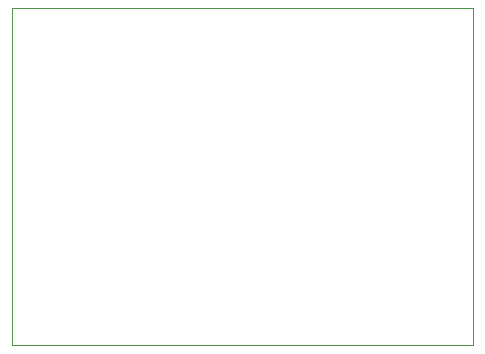
<source format=gbr>
%TF.GenerationSoftware,KiCad,Pcbnew,(6.0.1-0)*%
%TF.CreationDate,2022-03-07T18:18:47+09:00*%
%TF.ProjectId,qLAMP-lcd,714c414d-502d-46c6-9364-2e6b69636164,rev?*%
%TF.SameCoordinates,Original*%
%TF.FileFunction,Profile,NP*%
%FSLAX46Y46*%
G04 Gerber Fmt 4.6, Leading zero omitted, Abs format (unit mm)*
G04 Created by KiCad (PCBNEW (6.0.1-0)) date 2022-03-07 18:18:47*
%MOMM*%
%LPD*%
G01*
G04 APERTURE LIST*
%TA.AperFunction,Profile*%
%ADD10C,0.100000*%
%TD*%
G04 APERTURE END LIST*
D10*
X132440000Y-89260000D02*
X132440000Y-117760000D01*
X171440000Y-89260000D02*
X132440000Y-89260000D01*
X132440000Y-117760000D02*
X171440000Y-117760000D01*
X171440000Y-117760000D02*
X171440000Y-89260000D01*
M02*

</source>
